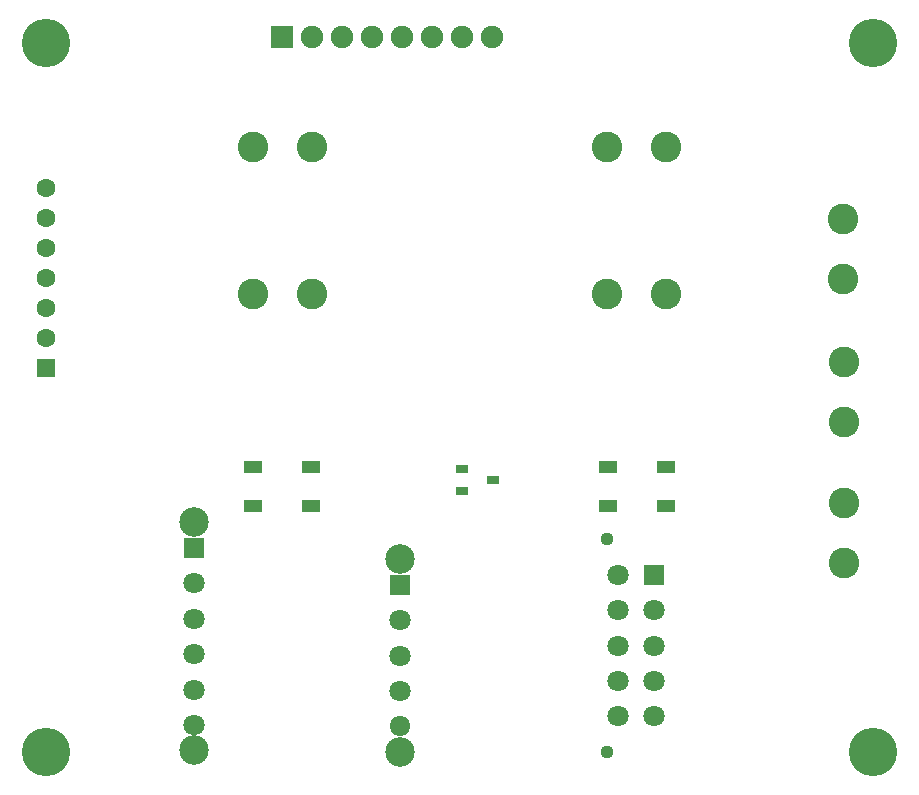
<source format=gbs>
G04*
G04 #@! TF.GenerationSoftware,Altium Limited,Altium Designer,24.8.2 (39)*
G04*
G04 Layer_Color=16711935*
%FSAX44Y44*%
%MOMM*%
G71*
G04*
G04 #@! TF.SameCoordinates,ED335716-89E2-4A76-9CEC-4F5FE7A58361*
G04*
G04*
G04 #@! TF.FilePolarity,Negative*
G04*
G01*
G75*
%ADD29C,1.6000*%
%ADD30R,1.0500X0.6500*%
%ADD35R,1.9000X1.9000*%
%ADD36C,1.9000*%
%ADD37C,1.8000*%
%ADD38R,1.8000X1.8000*%
%ADD39C,1.1200*%
%ADD40C,4.1000*%
%ADD41C,2.6000*%
%ADD42C,2.5000*%
%ADD43R,1.8000X1.7000*%
%ADD44O,1.8000X1.7000*%
%ADD45R,1.6000X1.6000*%
%ADD63R,1.6000X1.0000*%
D29*
X00050000Y00527500D02*
D03*
Y00502000D02*
D03*
Y00400400D02*
D03*
Y00425800D02*
D03*
Y00451200D02*
D03*
Y00476600D02*
D03*
D30*
X00402000Y00270500D02*
D03*
Y00289500D02*
D03*
X00428000Y00280000D02*
D03*
D35*
X00250000Y00655000D02*
D03*
D36*
X00275400D02*
D03*
X00300800D02*
D03*
X00326200D02*
D03*
X00351600D02*
D03*
X00377000D02*
D03*
X00402400D02*
D03*
X00427800D02*
D03*
D37*
X00534400Y00200000D02*
D03*
Y00080000D02*
D03*
Y00110000D02*
D03*
Y00140000D02*
D03*
Y00170000D02*
D03*
X00564400Y00080000D02*
D03*
Y00110000D02*
D03*
Y00140000D02*
D03*
Y00170000D02*
D03*
X00350000Y00161500D02*
D03*
Y00131500D02*
D03*
Y00101500D02*
D03*
X00175000Y00102770D02*
D03*
Y00132770D02*
D03*
Y00162770D02*
D03*
Y00192770D02*
D03*
Y00072770D02*
D03*
D38*
X00564400Y00200000D02*
D03*
D39*
X00525000Y00050000D02*
D03*
Y00230000D02*
D03*
D40*
X00750000Y00050000D02*
D03*
X00050000D02*
D03*
X00750000Y00650000D02*
D03*
X00050000Y00650000D02*
D03*
D41*
X00725170Y00260350D02*
D03*
Y00209550D02*
D03*
X00525000Y00562500D02*
D03*
Y00437500D02*
D03*
X00575000Y00562500D02*
D03*
Y00437500D02*
D03*
X00225000Y00562500D02*
D03*
Y00437500D02*
D03*
X00275000Y00562500D02*
D03*
Y00437500D02*
D03*
X00725000Y00450000D02*
D03*
Y00500800D02*
D03*
X00725170Y00328930D02*
D03*
Y00379730D02*
D03*
D42*
X00350000Y00050000D02*
D03*
Y00213000D02*
D03*
X00175000Y00244270D02*
D03*
Y00051270D02*
D03*
D43*
X00350000Y00191500D02*
D03*
X00175000Y00222770D02*
D03*
D44*
X00350000Y00071500D02*
D03*
D45*
X00050000Y00375000D02*
D03*
D63*
X00525500Y00258500D02*
D03*
Y00291500D02*
D03*
X00574500D02*
D03*
Y00258500D02*
D03*
X00225500D02*
D03*
Y00291500D02*
D03*
X00274500D02*
D03*
Y00258500D02*
D03*
M02*

</source>
